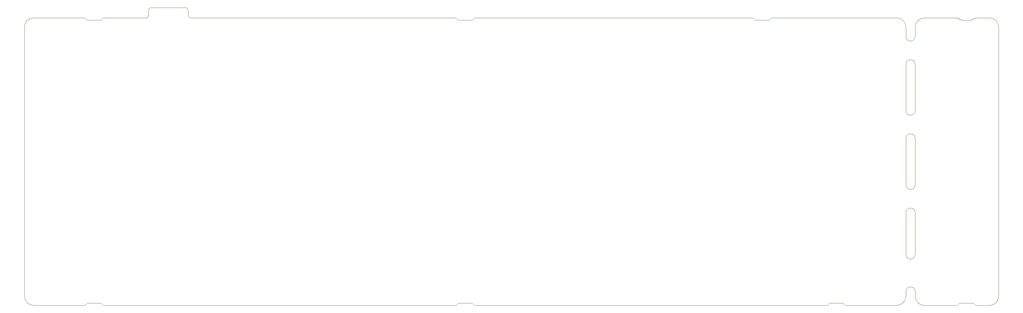
<source format=gm1>
G04 #@! TF.GenerationSoftware,KiCad,Pcbnew,(5.1.10-1-10_14)*
G04 #@! TF.CreationDate,2021-08-09T23:30:33-05:00*
G04 #@! TF.ProjectId,ori,6f72692e-6b69-4636-9164-5f7063625858,rev?*
G04 #@! TF.SameCoordinates,Original*
G04 #@! TF.FileFunction,Profile,NP*
%FSLAX46Y46*%
G04 Gerber Fmt 4.6, Leading zero omitted, Abs format (unit mm)*
G04 Created by KiCad (PCBNEW (5.1.10-1-10_14)) date 2021-08-09 23:30:33*
%MOMM*%
%LPD*%
G01*
G04 APERTURE LIST*
G04 #@! TA.AperFunction,Profile*
%ADD10C,0.050000*%
G04 #@! TD*
G04 APERTURE END LIST*
D10*
X321468955Y-45442189D02*
X322659581Y-44846876D01*
X319087703Y-45442189D02*
X321468955Y-45442189D01*
X317897077Y-44846876D02*
X319087703Y-45442189D01*
X317897077Y-44846876D02*
X309562515Y-44846880D01*
X322659581Y-44846876D02*
X326231335Y-44846880D01*
X194071973Y-44846876D02*
X265509533Y-44846876D01*
X270272037Y-44846876D02*
X302418735Y-44846880D01*
X121108809Y-44846880D02*
X189309469Y-44846876D01*
X98821893Y-44846876D02*
X109872441Y-44846880D01*
X80961555Y-44846880D02*
X94059389Y-44846876D01*
X317897077Y-118665688D02*
X309562515Y-118665940D01*
X326231335Y-118665940D02*
X322659581Y-118665688D01*
X317897077Y-118665688D02*
X318492390Y-118070375D01*
X318492390Y-118070375D02*
X322064268Y-118070375D01*
X322064268Y-118070375D02*
X322659581Y-118665688D01*
X270272037Y-44846876D02*
X269676724Y-45442189D01*
X269676724Y-45442189D02*
X266104846Y-45442189D01*
X266104846Y-45442189D02*
X265509533Y-44846876D01*
X194071973Y-44846876D02*
X193476660Y-45442189D01*
X193476660Y-45442189D02*
X189904782Y-45442189D01*
X189904782Y-45442189D02*
X189309469Y-44846876D01*
X98821893Y-44846876D02*
X98226580Y-45442189D01*
X98226580Y-45442189D02*
X94654702Y-45442189D01*
X94654702Y-45442189D02*
X94059389Y-44846876D01*
X189309469Y-118665688D02*
X98821893Y-118665688D01*
X284559549Y-118665688D02*
X194071973Y-118665688D01*
X302418735Y-118665940D02*
X289322053Y-118665688D01*
X189309469Y-118665688D02*
X189904782Y-118070375D01*
X189904782Y-118070375D02*
X193476660Y-118070375D01*
X193476660Y-118070375D02*
X194071973Y-118665688D01*
X284559549Y-118665688D02*
X285154862Y-118070375D01*
X285154862Y-118070375D02*
X288726740Y-118070375D01*
X288726740Y-118070375D02*
X289322053Y-118665688D01*
X98226580Y-118070375D02*
X98821893Y-118665688D01*
X94654702Y-118070375D02*
X98226580Y-118070375D01*
X94059389Y-118665688D02*
X94654702Y-118070375D01*
X94059389Y-118665688D02*
X80961555Y-118665940D01*
X304799995Y-47228140D02*
X304799995Y-49609380D01*
X307181255Y-47228140D02*
X307181255Y-49609380D01*
X307181255Y-49609380D02*
G75*
G02*
X304799995Y-49609380I-1190630J0D01*
G01*
X304799995Y-56753136D02*
G75*
G02*
X307181255Y-56753136I1190630J0D01*
G01*
X307181255Y-68659396D02*
G75*
G02*
X304799995Y-68659396I-1190630J0D01*
G01*
X304799995Y-75803152D02*
G75*
G02*
X307181255Y-75803152I1190630J0D01*
G01*
X307181255Y-87709412D02*
G75*
G02*
X304799995Y-87709412I-1190630J0D01*
G01*
X304799995Y-94853168D02*
G75*
G02*
X307181255Y-94853168I1190630J0D01*
G01*
X307181255Y-105569010D02*
G75*
G02*
X304799995Y-105569010I-1190630J0D01*
G01*
X304799995Y-115094050D02*
X304799995Y-116284680D01*
X307181255Y-115094050D02*
X307181255Y-116284680D01*
X304799995Y-115094050D02*
G75*
G02*
X307181255Y-115094050I1190630J0D01*
G01*
X328612595Y-47228140D02*
X328612595Y-116284680D01*
X78580295Y-47228140D02*
G75*
G02*
X80961555Y-44846880I2381260J0D01*
G01*
X80961555Y-118665940D02*
G75*
G02*
X78580295Y-116284680I0J2381260D01*
G01*
X309562515Y-118665940D02*
G75*
G02*
X307181255Y-116284680I0J2381260D01*
G01*
X304799995Y-116284680D02*
G75*
G02*
X302418735Y-118665940I-2381260J0D01*
G01*
X328612595Y-116284680D02*
G75*
G02*
X326231335Y-118665940I-2381260J0D01*
G01*
X326231335Y-44846880D02*
G75*
G02*
X328612595Y-47228140I0J-2381260D01*
G01*
X307181255Y-47228140D02*
G75*
G02*
X309562515Y-44846880I2381260J0D01*
G01*
X302418735Y-44846880D02*
G75*
G02*
X304799995Y-47228140I0J-2381260D01*
G01*
X120590625Y-44328696D02*
X120590625Y-42956250D01*
X110390625Y-42956302D02*
X110390625Y-44328696D01*
X110390625Y-44328696D02*
G75*
G02*
X109872441Y-44846880I-518184J0D01*
G01*
X110390625Y-42956302D02*
G75*
G02*
X111167865Y-42179062I777240J0D01*
G01*
X78580295Y-116284680D02*
X78580295Y-47228140D01*
X304799995Y-105569010D02*
X304799995Y-94853168D01*
X307181255Y-94853168D02*
X307181255Y-105569010D01*
X304800191Y-87709412D02*
X304800191Y-75803152D01*
X307181443Y-75803152D02*
X307181255Y-87709412D01*
X304800191Y-68659396D02*
X304799995Y-56753136D01*
X307181255Y-56753136D02*
X307181443Y-68659396D01*
X111167865Y-42179062D02*
X119813385Y-42179010D01*
X119813385Y-42179010D02*
G75*
G02*
X120590625Y-42956250I0J-777240D01*
G01*
X121108809Y-44846880D02*
G75*
G02*
X120590625Y-44328696I0J518184D01*
G01*
M02*

</source>
